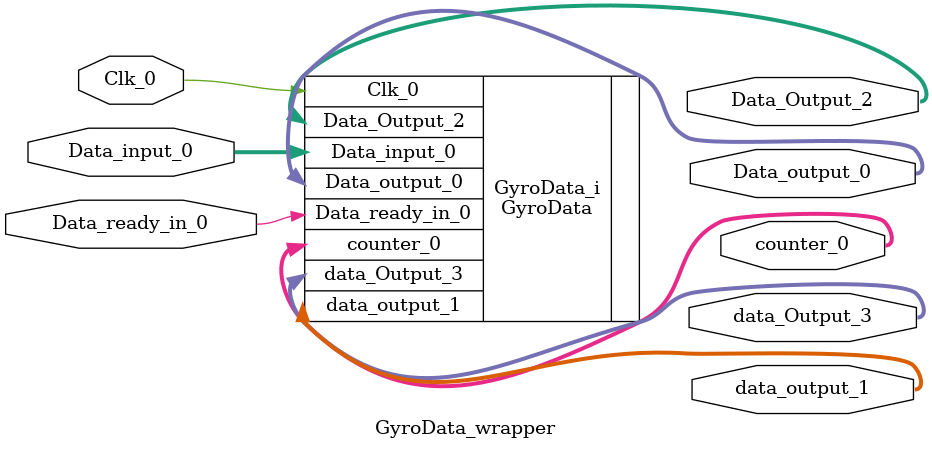
<source format=v>
`timescale 1 ps / 1 ps

module GyroData_wrapper
   (Clk_0,
    Data_Output_2,
    Data_input_0,
    Data_output_0,
    Data_ready_in_0,
    counter_0,
    data_Output_3,
    data_output_1);
  input Clk_0;
  output [31:0]Data_Output_2;
  input [31:0]Data_input_0;
  output [7:0]Data_output_0;
  input Data_ready_in_0;
  output [7:0]counter_0;
  output [31:0]data_Output_3;
  output [31:0]data_output_1;

  wire Clk_0;
  wire [31:0]Data_Output_2;
  wire [31:0]Data_input_0;
  wire [7:0]Data_output_0;
  wire Data_ready_in_0;
  wire [7:0]counter_0;
  wire [31:0]data_Output_3;
  wire [31:0]data_output_1;

  GyroData GyroData_i
       (.Clk_0(Clk_0),
        .Data_Output_2(Data_Output_2),
        .Data_input_0(Data_input_0),
        .Data_output_0(Data_output_0),
        .Data_ready_in_0(Data_ready_in_0),
        .counter_0(counter_0),
        .data_Output_3(data_Output_3),
        .data_output_1(data_output_1));
endmodule

</source>
